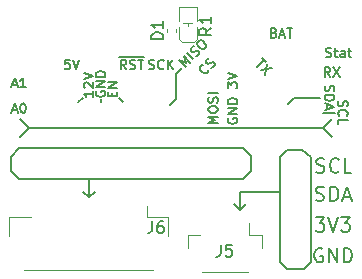
<source format=gbr>
%TF.GenerationSoftware,KiCad,Pcbnew,(6.0.0-0)*%
%TF.CreationDate,2023-03-06T19:24:07-05:00*%
%TF.ProjectId,module_dev3,6d6f6475-6c65-45f6-9465-76332e6b6963,rev?*%
%TF.SameCoordinates,Original*%
%TF.FileFunction,Legend,Top*%
%TF.FilePolarity,Positive*%
%FSLAX46Y46*%
G04 Gerber Fmt 4.6, Leading zero omitted, Abs format (unit mm)*
G04 Created by KiCad (PCBNEW (6.0.0-0)) date 2023-03-06 19:24:07*
%MOMM*%
%LPD*%
G01*
G04 APERTURE LIST*
%ADD10C,0.152400*%
%ADD11C,0.150000*%
%ADD12C,0.200000*%
%ADD13C,0.120000*%
G04 APERTURE END LIST*
D10*
X98806000Y-71628000D02*
X98425000Y-72009000D01*
X99300000Y-78500000D02*
X99300000Y-79900000D01*
X93400000Y-75900000D02*
X112400000Y-75900000D01*
X118100000Y-76600000D02*
X117400000Y-76000000D01*
X116100000Y-86100000D02*
X117500000Y-86100000D01*
X115500000Y-79600000D02*
X112100000Y-79600000D01*
X106172000Y-72263000D02*
X106680000Y-71755000D01*
X106680000Y-69596000D02*
X107188000Y-69088000D01*
X112400000Y-78500000D02*
X93400000Y-78500000D01*
X99300000Y-80050000D02*
X99800000Y-79550000D01*
X92700000Y-77800000D02*
X92700000Y-76600000D01*
X100330000Y-72009000D02*
X100330000Y-71755000D01*
X94234000Y-74168000D02*
X119126000Y-74168000D01*
X113000000Y-77800000D02*
X112400000Y-78500000D01*
X117400000Y-76000000D02*
X116100000Y-76000000D01*
X112100000Y-81100000D02*
X112100000Y-79600000D01*
X106680000Y-71755000D02*
X106680000Y-69596000D01*
X94234000Y-74168000D02*
X93472000Y-74930000D01*
X117500000Y-86100000D02*
X118100000Y-85500000D01*
X119126000Y-72898000D02*
X120142000Y-72898000D01*
X119126000Y-74168000D02*
X119888000Y-73406000D01*
X112400000Y-75900000D02*
X113000000Y-76500000D01*
X113000000Y-76500000D02*
X113000000Y-77800000D01*
X116100000Y-76000000D02*
X115500000Y-76600000D01*
X112100000Y-81100000D02*
X111600000Y-80600000D01*
X99300000Y-80050000D02*
X98800000Y-79550000D01*
X115500000Y-85500000D02*
X116100000Y-86100000D01*
X93400000Y-78500000D02*
X92700000Y-77800000D01*
X116713000Y-71628000D02*
X116205000Y-72136000D01*
X102235000Y-72009000D02*
X101854000Y-71628000D01*
X119126000Y-74168000D02*
X119888000Y-74930000D01*
X92700000Y-76600000D02*
X93400000Y-75900000D01*
X94234000Y-74168000D02*
X93472000Y-73406000D01*
X118100000Y-85500000D02*
X118100000Y-76600000D01*
X115500000Y-76600000D02*
X115500000Y-85500000D01*
X118872000Y-71628000D02*
X116713000Y-71628000D01*
X112100000Y-81100000D02*
X112600000Y-80600000D01*
D11*
X120453190Y-71877880D02*
X120415095Y-71992166D01*
X120415095Y-72182642D01*
X120453190Y-72258833D01*
X120491285Y-72296928D01*
X120567476Y-72335023D01*
X120643666Y-72335023D01*
X120719857Y-72296928D01*
X120757952Y-72258833D01*
X120796047Y-72182642D01*
X120834142Y-72030261D01*
X120872238Y-71954071D01*
X120910333Y-71915976D01*
X120986523Y-71877880D01*
X121062714Y-71877880D01*
X121138904Y-71915976D01*
X121177000Y-71954071D01*
X121215095Y-72030261D01*
X121215095Y-72220738D01*
X121177000Y-72335023D01*
X120491285Y-73135023D02*
X120453190Y-73096928D01*
X120415095Y-72982642D01*
X120415095Y-72906452D01*
X120453190Y-72792166D01*
X120529380Y-72715976D01*
X120605571Y-72677880D01*
X120757952Y-72639785D01*
X120872238Y-72639785D01*
X121024619Y-72677880D01*
X121100809Y-72715976D01*
X121177000Y-72792166D01*
X121215095Y-72906452D01*
X121215095Y-72982642D01*
X121177000Y-73096928D01*
X121138904Y-73135023D01*
X120415095Y-73858833D02*
X120415095Y-73477880D01*
X121215095Y-73477880D01*
X111106000Y-73333976D02*
X111067904Y-73410166D01*
X111067904Y-73524452D01*
X111106000Y-73638738D01*
X111182190Y-73714928D01*
X111258380Y-73753023D01*
X111410761Y-73791119D01*
X111525047Y-73791119D01*
X111677428Y-73753023D01*
X111753619Y-73714928D01*
X111829809Y-73638738D01*
X111867904Y-73524452D01*
X111867904Y-73448261D01*
X111829809Y-73333976D01*
X111791714Y-73295880D01*
X111525047Y-73295880D01*
X111525047Y-73448261D01*
X111867904Y-72953023D02*
X111067904Y-72953023D01*
X111867904Y-72495880D01*
X111067904Y-72495880D01*
X111867904Y-72114928D02*
X111067904Y-72114928D01*
X111067904Y-71924452D01*
X111106000Y-71810166D01*
X111182190Y-71733976D01*
X111258380Y-71695880D01*
X111410761Y-71657785D01*
X111525047Y-71657785D01*
X111677428Y-71695880D01*
X111753619Y-71733976D01*
X111829809Y-71810166D01*
X111867904Y-71924452D01*
X111867904Y-72114928D01*
X111067904Y-70781595D02*
X111067904Y-70286357D01*
X111372666Y-70553023D01*
X111372666Y-70438738D01*
X111410761Y-70362547D01*
X111448857Y-70324452D01*
X111525047Y-70286357D01*
X111715523Y-70286357D01*
X111791714Y-70324452D01*
X111829809Y-70362547D01*
X111867904Y-70438738D01*
X111867904Y-70667309D01*
X111829809Y-70743500D01*
X111791714Y-70781595D01*
X111067904Y-70057785D02*
X111867904Y-69791119D01*
X111067904Y-69524452D01*
X119310190Y-70607880D02*
X119272095Y-70722166D01*
X119272095Y-70912642D01*
X119310190Y-70988833D01*
X119348285Y-71026928D01*
X119424476Y-71065023D01*
X119500666Y-71065023D01*
X119576857Y-71026928D01*
X119614952Y-70988833D01*
X119653047Y-70912642D01*
X119691142Y-70760261D01*
X119729238Y-70684071D01*
X119767333Y-70645976D01*
X119843523Y-70607880D01*
X119919714Y-70607880D01*
X119995904Y-70645976D01*
X120034000Y-70684071D01*
X120072095Y-70760261D01*
X120072095Y-70950738D01*
X120034000Y-71065023D01*
X119272095Y-71407880D02*
X120072095Y-71407880D01*
X120072095Y-71598357D01*
X120034000Y-71712642D01*
X119957809Y-71788833D01*
X119881619Y-71826928D01*
X119729238Y-71865023D01*
X119614952Y-71865023D01*
X119462571Y-71826928D01*
X119386380Y-71788833D01*
X119310190Y-71712642D01*
X119272095Y-71598357D01*
X119272095Y-71407880D01*
X119500666Y-72169785D02*
X119500666Y-72550738D01*
X119272095Y-72093595D02*
X120072095Y-72360261D01*
X119272095Y-72626928D01*
X110216904Y-73753023D02*
X109416904Y-73753023D01*
X109988333Y-73486357D01*
X109416904Y-73219690D01*
X110216904Y-73219690D01*
X109416904Y-72686357D02*
X109416904Y-72533976D01*
X109455000Y-72457785D01*
X109531190Y-72381595D01*
X109683571Y-72343500D01*
X109950238Y-72343500D01*
X110102619Y-72381595D01*
X110178809Y-72457785D01*
X110216904Y-72533976D01*
X110216904Y-72686357D01*
X110178809Y-72762547D01*
X110102619Y-72838738D01*
X109950238Y-72876833D01*
X109683571Y-72876833D01*
X109531190Y-72838738D01*
X109455000Y-72762547D01*
X109416904Y-72686357D01*
X110178809Y-72038738D02*
X110216904Y-71924452D01*
X110216904Y-71733976D01*
X110178809Y-71657785D01*
X110140714Y-71619690D01*
X110064523Y-71581595D01*
X109988333Y-71581595D01*
X109912142Y-71619690D01*
X109874047Y-71657785D01*
X109835952Y-71733976D01*
X109797857Y-71886357D01*
X109759761Y-71962547D01*
X109721666Y-72000642D01*
X109645476Y-72038738D01*
X109569285Y-72038738D01*
X109493095Y-72000642D01*
X109455000Y-71962547D01*
X109416904Y-71886357D01*
X109416904Y-71695880D01*
X109455000Y-71581595D01*
X110216904Y-71238738D02*
X109416904Y-71238738D01*
X99675904Y-71047976D02*
X99675904Y-71505119D01*
X99675904Y-71276547D02*
X98875904Y-71276547D01*
X98990190Y-71352738D01*
X99066380Y-71428928D01*
X99104476Y-71505119D01*
X98952095Y-70743214D02*
X98914000Y-70705119D01*
X98875904Y-70628928D01*
X98875904Y-70438452D01*
X98914000Y-70362261D01*
X98952095Y-70324166D01*
X99028285Y-70286071D01*
X99104476Y-70286071D01*
X99218761Y-70324166D01*
X99675904Y-70781309D01*
X99675904Y-70286071D01*
X98875904Y-70057500D02*
X99675904Y-69790833D01*
X98875904Y-69524166D01*
X101288857Y-71467023D02*
X101288857Y-71200357D01*
X101707904Y-71086071D02*
X101707904Y-71467023D01*
X100907904Y-71467023D01*
X100907904Y-71086071D01*
X101707904Y-70743214D02*
X100907904Y-70743214D01*
X101707904Y-70286071D01*
X100907904Y-70286071D01*
X97696928Y-68395904D02*
X97315976Y-68395904D01*
X97277880Y-68776857D01*
X97315976Y-68738761D01*
X97392166Y-68700666D01*
X97582642Y-68700666D01*
X97658833Y-68738761D01*
X97696928Y-68776857D01*
X97735023Y-68853047D01*
X97735023Y-69043523D01*
X97696928Y-69119714D01*
X97658833Y-69157809D01*
X97582642Y-69195904D01*
X97392166Y-69195904D01*
X97315976Y-69157809D01*
X97277880Y-69119714D01*
X97963595Y-68395904D02*
X98230261Y-69195904D01*
X98496928Y-68395904D01*
X119375880Y-68141809D02*
X119490166Y-68179904D01*
X119680642Y-68179904D01*
X119756833Y-68141809D01*
X119794928Y-68103714D01*
X119833023Y-68027523D01*
X119833023Y-67951333D01*
X119794928Y-67875142D01*
X119756833Y-67837047D01*
X119680642Y-67798952D01*
X119528261Y-67760857D01*
X119452071Y-67722761D01*
X119413976Y-67684666D01*
X119375880Y-67608476D01*
X119375880Y-67532285D01*
X119413976Y-67456095D01*
X119452071Y-67418000D01*
X119528261Y-67379904D01*
X119718738Y-67379904D01*
X119833023Y-67418000D01*
X120061595Y-67646571D02*
X120366357Y-67646571D01*
X120175880Y-67379904D02*
X120175880Y-68065619D01*
X120213976Y-68141809D01*
X120290166Y-68179904D01*
X120366357Y-68179904D01*
X120975880Y-68179904D02*
X120975880Y-67760857D01*
X120937785Y-67684666D01*
X120861595Y-67646571D01*
X120709214Y-67646571D01*
X120633023Y-67684666D01*
X120975880Y-68141809D02*
X120899690Y-68179904D01*
X120709214Y-68179904D01*
X120633023Y-68141809D01*
X120594928Y-68065619D01*
X120594928Y-67989428D01*
X120633023Y-67913238D01*
X120709214Y-67875142D01*
X120899690Y-67875142D01*
X120975880Y-67837047D01*
X121242547Y-67646571D02*
X121547309Y-67646571D01*
X121356833Y-67379904D02*
X121356833Y-68065619D01*
X121394928Y-68141809D01*
X121471119Y-68179904D01*
X121547309Y-68179904D01*
X114981642Y-66109857D02*
X115095928Y-66147952D01*
X115134023Y-66186047D01*
X115172119Y-66262238D01*
X115172119Y-66376523D01*
X115134023Y-66452714D01*
X115095928Y-66490809D01*
X115019738Y-66528904D01*
X114714976Y-66528904D01*
X114714976Y-65728904D01*
X114981642Y-65728904D01*
X115057833Y-65767000D01*
X115095928Y-65805095D01*
X115134023Y-65881285D01*
X115134023Y-65957476D01*
X115095928Y-66033666D01*
X115057833Y-66071761D01*
X114981642Y-66109857D01*
X114714976Y-66109857D01*
X115476880Y-66300333D02*
X115857833Y-66300333D01*
X115400690Y-66528904D02*
X115667357Y-65728904D01*
X115934023Y-66528904D01*
X116086404Y-65728904D02*
X116543547Y-65728904D01*
X116314976Y-66528904D02*
X116314976Y-65728904D01*
X109440909Y-69271151D02*
X109440909Y-69325026D01*
X109387034Y-69432776D01*
X109333159Y-69486650D01*
X109225410Y-69540525D01*
X109117660Y-69540525D01*
X109036848Y-69513588D01*
X108902161Y-69432776D01*
X108821349Y-69351963D01*
X108740536Y-69217276D01*
X108713599Y-69136464D01*
X108713599Y-69028715D01*
X108767474Y-68920965D01*
X108821349Y-68867090D01*
X108929098Y-68813215D01*
X108982973Y-68813215D01*
X109683345Y-69082589D02*
X109791095Y-69028715D01*
X109925782Y-68894028D01*
X109952719Y-68813215D01*
X109952719Y-68759341D01*
X109925782Y-68678528D01*
X109871907Y-68624654D01*
X109791095Y-68597716D01*
X109737220Y-68597716D01*
X109656408Y-68624654D01*
X109521721Y-68705466D01*
X109440909Y-68732403D01*
X109387034Y-68732403D01*
X109306222Y-68705466D01*
X109252347Y-68651591D01*
X109225410Y-68570779D01*
X109225410Y-68516904D01*
X109252347Y-68436092D01*
X109387034Y-68301405D01*
X109494784Y-68247530D01*
X92832880Y-70491333D02*
X93213833Y-70491333D01*
X92756690Y-70719904D02*
X93023357Y-69919904D01*
X93290023Y-70719904D01*
X93975738Y-70719904D02*
X93518595Y-70719904D01*
X93747166Y-70719904D02*
X93747166Y-69919904D01*
X93670976Y-70034190D01*
X93594785Y-70110380D01*
X93518595Y-70148476D01*
X119744119Y-69830904D02*
X119477452Y-69449952D01*
X119286976Y-69830904D02*
X119286976Y-69030904D01*
X119591738Y-69030904D01*
X119667928Y-69069000D01*
X119706023Y-69107095D01*
X119744119Y-69183285D01*
X119744119Y-69297571D01*
X119706023Y-69373761D01*
X119667928Y-69411857D01*
X119591738Y-69449952D01*
X119286976Y-69449952D01*
X120010785Y-69030904D02*
X120544119Y-69830904D01*
X120544119Y-69030904D02*
X120010785Y-69830904D01*
D12*
X118542857Y-80285714D02*
X118714285Y-80342857D01*
X119000000Y-80342857D01*
X119114285Y-80285714D01*
X119171428Y-80228571D01*
X119228571Y-80114285D01*
X119228571Y-80000000D01*
X119171428Y-79885714D01*
X119114285Y-79828571D01*
X119000000Y-79771428D01*
X118771428Y-79714285D01*
X118657142Y-79657142D01*
X118600000Y-79600000D01*
X118542857Y-79485714D01*
X118542857Y-79371428D01*
X118600000Y-79257142D01*
X118657142Y-79200000D01*
X118771428Y-79142857D01*
X119057142Y-79142857D01*
X119228571Y-79200000D01*
X119742857Y-80342857D02*
X119742857Y-79142857D01*
X120028571Y-79142857D01*
X120200000Y-79200000D01*
X120314285Y-79314285D01*
X120371428Y-79428571D01*
X120428571Y-79657142D01*
X120428571Y-79828571D01*
X120371428Y-80057142D01*
X120314285Y-80171428D01*
X120200000Y-80285714D01*
X120028571Y-80342857D01*
X119742857Y-80342857D01*
X120885714Y-80000000D02*
X121457142Y-80000000D01*
X120771428Y-80342857D02*
X121171428Y-79142857D01*
X121571428Y-80342857D01*
D11*
X101824500Y-68170000D02*
X102624500Y-68170000D01*
X102472119Y-69195904D02*
X102205452Y-68814952D01*
X102014976Y-69195904D02*
X102014976Y-68395904D01*
X102319738Y-68395904D01*
X102395928Y-68434000D01*
X102434023Y-68472095D01*
X102472119Y-68548285D01*
X102472119Y-68662571D01*
X102434023Y-68738761D01*
X102395928Y-68776857D01*
X102319738Y-68814952D01*
X102014976Y-68814952D01*
X102624500Y-68170000D02*
X103386404Y-68170000D01*
X102776880Y-69157809D02*
X102891166Y-69195904D01*
X103081642Y-69195904D01*
X103157833Y-69157809D01*
X103195928Y-69119714D01*
X103234023Y-69043523D01*
X103234023Y-68967333D01*
X103195928Y-68891142D01*
X103157833Y-68853047D01*
X103081642Y-68814952D01*
X102929261Y-68776857D01*
X102853071Y-68738761D01*
X102814976Y-68700666D01*
X102776880Y-68624476D01*
X102776880Y-68548285D01*
X102814976Y-68472095D01*
X102853071Y-68434000D01*
X102929261Y-68395904D01*
X103119738Y-68395904D01*
X103234023Y-68434000D01*
X103386404Y-68170000D02*
X103995928Y-68170000D01*
X103462595Y-68395904D02*
X103919738Y-68395904D01*
X103691166Y-69195904D02*
X103691166Y-68395904D01*
X113970597Y-68266037D02*
X114293846Y-68589286D01*
X113566536Y-68993347D02*
X114132222Y-68427662D01*
X114428533Y-68723973D02*
X114239971Y-69666782D01*
X114805657Y-69101097D02*
X113862848Y-69289658D01*
D12*
X119085714Y-84400000D02*
X118971428Y-84342857D01*
X118800000Y-84342857D01*
X118628571Y-84400000D01*
X118514285Y-84514285D01*
X118457142Y-84628571D01*
X118400000Y-84857142D01*
X118400000Y-85028571D01*
X118457142Y-85257142D01*
X118514285Y-85371428D01*
X118628571Y-85485714D01*
X118800000Y-85542857D01*
X118914285Y-85542857D01*
X119085714Y-85485714D01*
X119142857Y-85428571D01*
X119142857Y-85028571D01*
X118914285Y-85028571D01*
X119657142Y-85542857D02*
X119657142Y-84342857D01*
X120342857Y-85542857D01*
X120342857Y-84342857D01*
X120914285Y-85542857D02*
X120914285Y-84342857D01*
X121200000Y-84342857D01*
X121371428Y-84400000D01*
X121485714Y-84514285D01*
X121542857Y-84628571D01*
X121600000Y-84857142D01*
X121600000Y-85028571D01*
X121542857Y-85257142D01*
X121485714Y-85371428D01*
X121371428Y-85485714D01*
X121200000Y-85542857D01*
X120914285Y-85542857D01*
X118571428Y-77885714D02*
X118742857Y-77942857D01*
X119028571Y-77942857D01*
X119142857Y-77885714D01*
X119200000Y-77828571D01*
X119257142Y-77714285D01*
X119257142Y-77600000D01*
X119200000Y-77485714D01*
X119142857Y-77428571D01*
X119028571Y-77371428D01*
X118800000Y-77314285D01*
X118685714Y-77257142D01*
X118628571Y-77200000D01*
X118571428Y-77085714D01*
X118571428Y-76971428D01*
X118628571Y-76857142D01*
X118685714Y-76800000D01*
X118800000Y-76742857D01*
X119085714Y-76742857D01*
X119257142Y-76800000D01*
X120457142Y-77828571D02*
X120400000Y-77885714D01*
X120228571Y-77942857D01*
X120114285Y-77942857D01*
X119942857Y-77885714D01*
X119828571Y-77771428D01*
X119771428Y-77657142D01*
X119714285Y-77428571D01*
X119714285Y-77257142D01*
X119771428Y-77028571D01*
X119828571Y-76914285D01*
X119942857Y-76800000D01*
X120114285Y-76742857D01*
X120228571Y-76742857D01*
X120400000Y-76800000D01*
X120457142Y-76857142D01*
X121542857Y-77942857D02*
X120971428Y-77942857D01*
X120971428Y-76742857D01*
X118514285Y-81742857D02*
X119257142Y-81742857D01*
X118857142Y-82200000D01*
X119028571Y-82200000D01*
X119142857Y-82257142D01*
X119200000Y-82314285D01*
X119257142Y-82428571D01*
X119257142Y-82714285D01*
X119200000Y-82828571D01*
X119142857Y-82885714D01*
X119028571Y-82942857D01*
X118685714Y-82942857D01*
X118571428Y-82885714D01*
X118514285Y-82828571D01*
X119600000Y-81742857D02*
X120000000Y-82942857D01*
X120400000Y-81742857D01*
X120685714Y-81742857D02*
X121428571Y-81742857D01*
X121028571Y-82200000D01*
X121200000Y-82200000D01*
X121314285Y-82257142D01*
X121371428Y-82314285D01*
X121428571Y-82428571D01*
X121428571Y-82714285D01*
X121371428Y-82828571D01*
X121314285Y-82885714D01*
X121200000Y-82942857D01*
X120857142Y-82942857D01*
X120742857Y-82885714D01*
X120685714Y-82828571D01*
D11*
X92832880Y-72650333D02*
X93213833Y-72650333D01*
X92756690Y-72878904D02*
X93023357Y-72078904D01*
X93290023Y-72878904D01*
X93709071Y-72078904D02*
X93785261Y-72078904D01*
X93861452Y-72117000D01*
X93899547Y-72155095D01*
X93937642Y-72231285D01*
X93975738Y-72383666D01*
X93975738Y-72574142D01*
X93937642Y-72726523D01*
X93899547Y-72802714D01*
X93861452Y-72840809D01*
X93785261Y-72878904D01*
X93709071Y-72878904D01*
X93632880Y-72840809D01*
X93594785Y-72802714D01*
X93556690Y-72726523D01*
X93518595Y-72574142D01*
X93518595Y-72383666D01*
X93556690Y-72231285D01*
X93594785Y-72155095D01*
X93632880Y-72117000D01*
X93709071Y-72078904D01*
X99930000Y-71047976D02*
X99891904Y-71124166D01*
X99891904Y-71238452D01*
X99930000Y-71352738D01*
X100006190Y-71428928D01*
X100082380Y-71467023D01*
X100234761Y-71505119D01*
X100349047Y-71505119D01*
X100501428Y-71467023D01*
X100577619Y-71428928D01*
X100653809Y-71352738D01*
X100691904Y-71238452D01*
X100691904Y-71162261D01*
X100653809Y-71047976D01*
X100615714Y-71009880D01*
X100349047Y-71009880D01*
X100349047Y-71162261D01*
X100691904Y-70667023D02*
X99891904Y-70667023D01*
X100691904Y-70209880D01*
X99891904Y-70209880D01*
X100691904Y-69828928D02*
X99891904Y-69828928D01*
X99891904Y-69638452D01*
X99930000Y-69524166D01*
X100006190Y-69447976D01*
X100082380Y-69409880D01*
X100234761Y-69371785D01*
X100349047Y-69371785D01*
X100501428Y-69409880D01*
X100577619Y-69447976D01*
X100653809Y-69524166D01*
X100691904Y-69638452D01*
X100691904Y-69828928D01*
X104389880Y-69157809D02*
X104504166Y-69195904D01*
X104694642Y-69195904D01*
X104770833Y-69157809D01*
X104808928Y-69119714D01*
X104847023Y-69043523D01*
X104847023Y-68967333D01*
X104808928Y-68891142D01*
X104770833Y-68853047D01*
X104694642Y-68814952D01*
X104542261Y-68776857D01*
X104466071Y-68738761D01*
X104427976Y-68700666D01*
X104389880Y-68624476D01*
X104389880Y-68548285D01*
X104427976Y-68472095D01*
X104466071Y-68434000D01*
X104542261Y-68395904D01*
X104732738Y-68395904D01*
X104847023Y-68434000D01*
X105647023Y-69119714D02*
X105608928Y-69157809D01*
X105494642Y-69195904D01*
X105418452Y-69195904D01*
X105304166Y-69157809D01*
X105227976Y-69081619D01*
X105189880Y-69005428D01*
X105151785Y-68853047D01*
X105151785Y-68738761D01*
X105189880Y-68586380D01*
X105227976Y-68510190D01*
X105304166Y-68434000D01*
X105418452Y-68395904D01*
X105494642Y-68395904D01*
X105608928Y-68434000D01*
X105647023Y-68472095D01*
X105989880Y-69195904D02*
X105989880Y-68395904D01*
X106447023Y-69195904D02*
X106104166Y-68738761D01*
X106447023Y-68395904D02*
X105989880Y-68853047D01*
X107520535Y-69013275D02*
X106954849Y-68447589D01*
X107547472Y-68663089D01*
X107331973Y-68070466D01*
X107897658Y-68636151D01*
X108167032Y-68366777D02*
X107601347Y-67801092D01*
X108382532Y-68097403D02*
X108490281Y-68043528D01*
X108624968Y-67908841D01*
X108651906Y-67828029D01*
X108651906Y-67774154D01*
X108624968Y-67693342D01*
X108571093Y-67639467D01*
X108490281Y-67612530D01*
X108436406Y-67612530D01*
X108355594Y-67639467D01*
X108220907Y-67720280D01*
X108140095Y-67747217D01*
X108086220Y-67747217D01*
X108005408Y-67720280D01*
X107951533Y-67666405D01*
X107924596Y-67585593D01*
X107924596Y-67531718D01*
X107951533Y-67450906D01*
X108086220Y-67316219D01*
X108193970Y-67262344D01*
X108517219Y-66885220D02*
X108624968Y-66777471D01*
X108705780Y-66750533D01*
X108813530Y-66750533D01*
X108948217Y-66831345D01*
X109136779Y-67019907D01*
X109217591Y-67154594D01*
X109217591Y-67262344D01*
X109190654Y-67343156D01*
X109082904Y-67450906D01*
X109002092Y-67477843D01*
X108894342Y-67477843D01*
X108759655Y-67397031D01*
X108571093Y-67208469D01*
X108490281Y-67073782D01*
X108490281Y-66966032D01*
X108517219Y-66885220D01*
%TO.C,J5*%
X110466666Y-84052380D02*
X110466666Y-84766666D01*
X110419047Y-84909523D01*
X110323809Y-85004761D01*
X110180952Y-85052380D01*
X110085714Y-85052380D01*
X111419047Y-84052380D02*
X110942857Y-84052380D01*
X110895238Y-84528571D01*
X110942857Y-84480952D01*
X111038095Y-84433333D01*
X111276190Y-84433333D01*
X111371428Y-84480952D01*
X111419047Y-84528571D01*
X111466666Y-84623809D01*
X111466666Y-84861904D01*
X111419047Y-84957142D01*
X111371428Y-85004761D01*
X111276190Y-85052380D01*
X111038095Y-85052380D01*
X110942857Y-85004761D01*
X110895238Y-84957142D01*
%TO.C,J6*%
X104666666Y-82052380D02*
X104666666Y-82766666D01*
X104619047Y-82909523D01*
X104523809Y-83004761D01*
X104380952Y-83052380D01*
X104285714Y-83052380D01*
X105571428Y-82052380D02*
X105380952Y-82052380D01*
X105285714Y-82100000D01*
X105238095Y-82147619D01*
X105142857Y-82290476D01*
X105095238Y-82480952D01*
X105095238Y-82861904D01*
X105142857Y-82957142D01*
X105190476Y-83004761D01*
X105285714Y-83052380D01*
X105476190Y-83052380D01*
X105571428Y-83004761D01*
X105619047Y-82957142D01*
X105666666Y-82861904D01*
X105666666Y-82623809D01*
X105619047Y-82528571D01*
X105571428Y-82480952D01*
X105476190Y-82433333D01*
X105285714Y-82433333D01*
X105190476Y-82480952D01*
X105142857Y-82528571D01*
X105095238Y-82623809D01*
%TO.C,R1*%
X109672380Y-65698666D02*
X109196190Y-66032000D01*
X109672380Y-66270095D02*
X108672380Y-66270095D01*
X108672380Y-65889142D01*
X108720000Y-65793904D01*
X108767619Y-65746285D01*
X108862857Y-65698666D01*
X109005714Y-65698666D01*
X109100952Y-65746285D01*
X109148571Y-65793904D01*
X109196190Y-65889142D01*
X109196190Y-66270095D01*
X109672380Y-64746285D02*
X109672380Y-65317714D01*
X109672380Y-65032000D02*
X108672380Y-65032000D01*
X108815238Y-65127238D01*
X108910476Y-65222476D01*
X108958095Y-65317714D01*
%TO.C,D1*%
X105608380Y-66646095D02*
X104608380Y-66646095D01*
X104608380Y-66408000D01*
X104656000Y-66265142D01*
X104751238Y-66169904D01*
X104846476Y-66122285D01*
X105036952Y-66074666D01*
X105179809Y-66074666D01*
X105370285Y-66122285D01*
X105465523Y-66169904D01*
X105560761Y-66265142D01*
X105608380Y-66408000D01*
X105608380Y-66646095D01*
X105608380Y-65122285D02*
X105608380Y-65693714D01*
X105608380Y-65408000D02*
X104608380Y-65408000D01*
X104751238Y-65503238D01*
X104846476Y-65598476D01*
X104894095Y-65693714D01*
D13*
%TO.C,J5*%
X113930000Y-84360000D02*
X113930000Y-83210000D01*
X107710000Y-84360000D02*
X107710000Y-83210000D01*
X107710000Y-83210000D02*
X108760000Y-83210000D01*
X112880000Y-83210000D02*
X112880000Y-82220000D01*
X113930000Y-83210000D02*
X112880000Y-83210000D01*
X112760000Y-86330000D02*
X108880000Y-86330000D01*
%TO.C,J6*%
X92579000Y-83306000D02*
X92579000Y-81706000D01*
X106049000Y-83306000D02*
X106049000Y-81706000D01*
X104779000Y-86176000D02*
X93849000Y-86176000D01*
X106049000Y-81706000D02*
X104249000Y-81706000D01*
X92579000Y-81706000D02*
X94379000Y-81706000D01*
X104249000Y-81706000D02*
X104249000Y-80766000D01*
%TO.C,R1*%
X106679000Y-65759359D02*
X106679000Y-66066641D01*
X105919000Y-65759359D02*
X105919000Y-66066641D01*
%TO.C,D1*%
X106961000Y-63915000D02*
X106961000Y-65146000D01*
X108431000Y-65146000D02*
X108431000Y-63915000D01*
X108431000Y-66670000D02*
X108431000Y-65654000D01*
X107188000Y-66924000D02*
X106961000Y-66670000D01*
X108431000Y-66670000D02*
X108204000Y-66924000D01*
X108431000Y-63915000D02*
X106961000Y-63915000D01*
X107315000Y-65273000D02*
X108077000Y-65273000D01*
X108204000Y-66924000D02*
X107188000Y-66924000D01*
X106961000Y-65654000D02*
X106961000Y-66670000D01*
X107696000Y-65273000D02*
X107696000Y-65527000D01*
%TD*%
M02*

</source>
